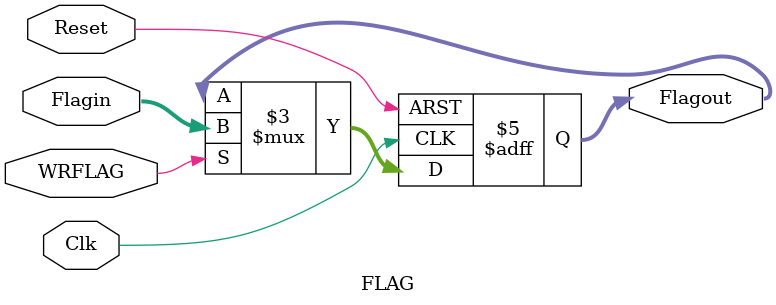
<source format=v>
`timescale 1ns / 1ps

module FLAG(
input[7:0] Flagin,          //Ð´Èë±êÖ¾¼Ä´æÆ÷µÄÊý¾Ý£¬ÈçCarry¡¢ZeroµÈÐÅÏ¢,Ã¿¸ö±êÖ¾Õ¼1Î»£¬¹²2Î»£¬ÆäËû6Î»ÔÝÊ±ÎÞÓÃ¡£
input Clk,                  //Ð´Ê±ÖÓÂö³åÐÅºÅ£¬ÉÏÉýÑØÊ±£¬½«FlaginÉÏµÄÊý¾ÝÐ´ÈëFlagoutÖÐ
input Reset,                //Òì²½¸´Î»ÐÅºÅ£¬¶Ô±êÖ¾¼Ä´æÆ÷ÄÚÈÝÇåÁãflagout[7..0]=0
input WRFLAG,               //ControlUnit¸ø³öµÄ¿ØÖÆÐ´¿ØÖÆÐÅºÅ£¬Îª1 Ê±±íÊ¾ÐèÒªÏò±êÖ¾¼Ä´æÆ÷Ð´ÈëÊý¾Ý¡£
//µ±Ö¸ÁîÎªADD¡¢SUB¡¢ADDI¡¢ADDC¡¢SUBC Ê±ÐèÒªÐ´±êÖ¾¼Ä´æÆ÷, Îª1£¬·ñÔòÎª0
output reg [7:0] Flagout   //±êÖ¾¼Ä´æÆ÷µÄÊý¾Ý
  );
  
always @(posedge Clk or negedge Reset)
if(!Reset)
    Flagout<=8'h00;
else
    if(WRFLAG)
        Flagout<=Flagin;
    
endmodule

</source>
